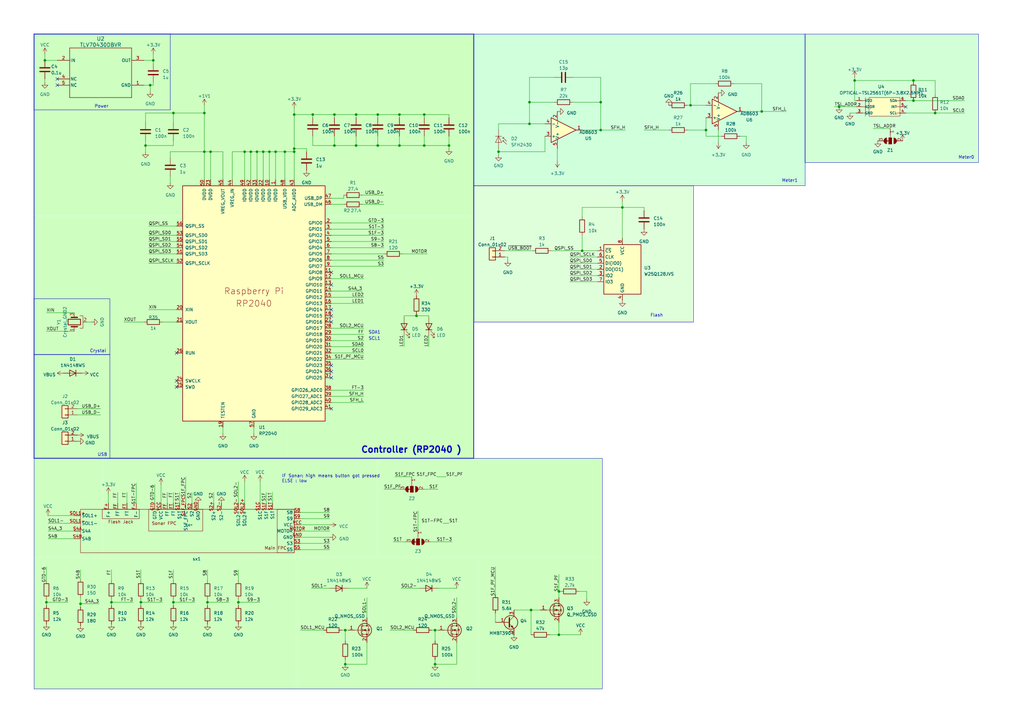
<source format=kicad_sch>
(kicad_sch (version 20230121) (generator eeschema)
  (paper "A3")
  (junction (at 107.95 62.23))
  (junction (at 100.33 62.23))
  (junction (at 383.54 46.355))
  (junction (at 33.02 247.65))
  (junction (at 246.38 41.91))
  (junction (at 170.815 129.54))
  (junction (at 62.865 24.765))
  (junction (at 204.47 62.23))
  (junction (at 154.94 59.69))
  (junction (at 83.82 62.23))
  (junction (at 57.785 247.015))
  (junction (at 178.435 272.415))
  (junction (at 83.82 46.355))
  (junction (at 178.435 258.445))
  (junction (at 19.05 247.015))
  (junction (at 312.42 45.72))
  (junction (at 217.17 50.8))
  (junction (at 217.805 250.19))
  (junction (at 350.52 33.02))
  (junction (at 184.15 59.69))
  (junction (at 173.99 46.99))
  (junction (at 154.94 46.99))
  (junction (at 146.05 59.69))
  (junction (at 120.65 60.96))
  (junction (at 85.09 247.015))
  (junction (at 102.87 62.23))
  (junction (at 146.05 46.99))
  (junction (at 374.65 41.275))
  (junction (at 238.76 102.87))
  (junction (at 141.605 272.415))
  (junction (at 128.27 46.99))
  (junction (at 163.83 46.99))
  (junction (at 71.12 46.355))
  (junction (at 374.65 33.02))
  (junction (at 246.38 53.34))
  (junction (at 137.16 46.99))
  (junction (at 120.65 62.23))
  (junction (at 283.21 43.18))
  (junction (at 289.56 53.34))
  (junction (at 61.595 34.925))
  (junction (at 45.72 247.015))
  (junction (at 229.235 242.57))
  (junction (at 120.65 46.99))
  (junction (at 163.83 59.69))
  (junction (at 137.16 59.69))
  (junction (at 86.36 62.23))
  (junction (at 18.415 24.765))
  (junction (at 173.99 59.69))
  (junction (at 71.12 247.015))
  (junction (at 116.84 62.23))
  (junction (at 217.17 41.91))
  (junction (at 229.235 260.35))
  (junction (at 97.79 247.015))
  (junction (at 105.41 62.23))
  (junction (at 141.605 258.445))
  (junction (at 344.17 43.815))
  (junction (at 59.69 59.69))
  (junction (at 110.49 62.23))
  (junction (at 113.03 62.23))
  (junction (at 255.27 85.09))
  (no_connect (at 23.495 32.385))
  (no_connect (at 135.89 127))
  (no_connect (at 135.89 149.86))
  (no_connect (at 23.495 34.925))
  (no_connect (at 72.39 158.75))
  (no_connect (at 135.89 132.08))
  (no_connect (at 135.89 154.94))
  (no_connect (at 72.39 156.21))
  (no_connect (at 135.89 129.54))
  (no_connect (at 135.89 116.84))
  (no_connect (at 72.39 144.78))
  (no_connect (at 135.89 167.64))
  (no_connect (at 135.89 111.76))
  (no_connect (at 135.89 152.4))
  (no_connect (at 371.475 43.815))
  (wire (pts (xy 19.685 220.98) (xy 30.48 220.98)))
  (wire (pts (xy 229.235 260.35) (xy 225.425 260.35)))
  (wire (pts (xy 97.79 197.485) (xy 97.79 206.375)))
  (wire (pts (xy 175.895 142.24) (xy 175.895 137.795)))
  (wire (pts (xy 383.54 33.02) (xy 374.65 33.02)))
  (wire (pts (xy 113.03 62.23) (xy 116.84 62.23)))
  (wire (pts (xy 116.84 62.23) (xy 116.84 73.66)))
  (wire (pts (xy 204.47 63.5) (xy 204.47 62.23)))
  (wire (pts (xy 149.225 114.3) (xy 135.89 114.3)))
  (wire (pts (xy 348.615 46.355) (xy 351.155 46.355)))
  (wire (pts (xy 395.605 41.275) (xy 374.65 41.275)))
  (wire (pts (xy 141.605 272.415) (xy 141.605 270.51)))
  (wire (pts (xy 104.14 177.8) (xy 104.14 175.26)))
  (wire (pts (xy 171.45 209.55) (xy 171.45 217.17)))
  (wire (pts (xy 59.69 50.165) (xy 59.69 46.355)))
  (wire (pts (xy 19.05 232.41) (xy 19.05 238.125)))
  (wire (pts (xy 106.68 197.485) (xy 106.68 206.375)))
  (wire (pts (xy 374.65 33.655) (xy 374.65 33.02)))
  (wire (pts (xy 163.83 46.99) (xy 163.83 48.26)))
  (wire (pts (xy 148.59 119.38) (xy 135.89 119.38)))
  (wire (pts (xy 146.05 46.99) (xy 154.94 46.99)))
  (wire (pts (xy 57.785 233.68) (xy 57.785 238.125)))
  (wire (pts (xy 150.495 263.525) (xy 150.495 272.415)))
  (wire (pts (xy 204.47 50.8) (xy 217.17 50.8)))
  (wire (pts (xy 59.69 57.785) (xy 59.69 59.69)))
  (wire (pts (xy 229.235 242.57) (xy 229.235 245.11)))
  (wire (pts (xy 83.82 46.355) (xy 83.82 62.23)))
  (wire (pts (xy 264.16 85.09) (xy 255.27 85.09)))
  (wire (pts (xy 85.09 233.68) (xy 85.09 238.125)))
  (wire (pts (xy 234.95 41.91) (xy 246.38 41.91)))
  (wire (pts (xy 62.865 33.655) (xy 62.865 34.925)))
  (wire (pts (xy 255.27 85.09) (xy 255.27 82.55)))
  (wire (pts (xy 229.235 235.585) (xy 229.235 242.57)))
  (wire (pts (xy 120.65 62.23) (xy 120.65 73.66)))
  (wire (pts (xy 120.65 60.96) (xy 125.73 60.96)))
  (wire (pts (xy 41.275 170.18) (xy 31.75 170.18)))
  (wire (pts (xy 106.68 247.015) (xy 97.79 247.015)))
  (wire (pts (xy 86.36 73.66) (xy 86.36 62.23)))
  (wire (pts (xy 60.96 127) (xy 72.39 127)))
  (wire (pts (xy 97.79 247.015) (xy 97.79 248.285)))
  (wire (pts (xy 234.95 31.75) (xy 246.38 31.75)))
  (wire (pts (xy 150.495 272.415) (xy 141.605 272.415)))
  (wire (pts (xy 100.33 197.485) (xy 100.33 206.375)))
  (wire (pts (xy 37.465 132.08) (xy 35.56 132.08)))
  (wire (pts (xy 226.06 102.87) (xy 238.76 102.87)))
  (wire (pts (xy 281.94 43.18) (xy 283.21 43.18)))
  (wire (pts (xy 246.38 53.34) (xy 238.76 53.34)))
  (wire (pts (xy 187.325 272.415) (xy 178.435 272.415)))
  (wire (pts (xy 60.96 92.71) (xy 72.39 92.71)))
  (wire (pts (xy 52.07 201.93) (xy 52.07 206.375)))
  (wire (pts (xy 175.895 129.54) (xy 175.895 130.175)))
  (wire (pts (xy 97.79 233.68) (xy 97.79 238.125)))
  (wire (pts (xy 116.84 62.23) (xy 120.65 62.23)))
  (wire (pts (xy 105.41 62.23) (xy 107.95 62.23)))
  (wire (pts (xy 229.87 242.57) (xy 229.235 242.57)))
  (wire (pts (xy 350.52 41.275) (xy 351.155 41.275)))
  (wire (pts (xy 350.52 33.02) (xy 350.52 41.275)))
  (wire (pts (xy 50.8 132.08) (xy 59.055 132.08)))
  (wire (pts (xy 289.56 55.88) (xy 289.56 53.34)))
  (wire (pts (xy 187.325 241.3) (xy 179.705 241.3)))
  (wire (pts (xy 86.36 62.23) (xy 83.82 62.23)))
  (wire (pts (xy 149.225 144.78) (xy 135.89 144.78)))
  (wire (pts (xy 71.12 233.68) (xy 71.12 238.125)))
  (wire (pts (xy 123.19 258.445) (xy 132.715 258.445)))
  (wire (pts (xy 57.785 245.745) (xy 57.785 247.015)))
  (wire (pts (xy 181.61 214.63) (xy 184.15 214.63)))
  (wire (pts (xy 173.99 46.99) (xy 184.15 46.99)))
  (wire (pts (xy 238.76 85.09) (xy 255.27 85.09)))
  (wire (pts (xy 173.99 59.69) (xy 184.15 59.69)))
  (wire (pts (xy 110.49 62.23) (xy 113.03 62.23)))
  (wire (pts (xy 223.52 62.23) (xy 204.47 62.23)))
  (wire (pts (xy 149.225 139.7) (xy 135.89 139.7)))
  (wire (pts (xy 179.07 195.58) (xy 182.88 195.58)))
  (wire (pts (xy 383.54 38.735) (xy 383.54 33.02)))
  (wire (pts (xy 150.495 241.3) (xy 142.875 241.3)))
  (wire (pts (xy 19.05 245.745) (xy 19.05 247.015)))
  (wire (pts (xy 157.48 200.66) (xy 163.83 200.66)))
  (wire (pts (xy 135.255 220.345) (xy 123.19 220.345)))
  (wire (pts (xy 165.735 142.24) (xy 165.735 137.795)))
  (wire (pts (xy 238.76 96.52) (xy 238.76 102.87)))
  (wire (pts (xy 135.89 142.24) (xy 149.225 142.24)))
  (wire (pts (xy 19.685 217.805) (xy 30.48 217.805)))
  (wire (pts (xy 163.83 59.69) (xy 173.99 59.69)))
  (wire (pts (xy 184.15 55.88) (xy 184.15 59.69)))
  (wire (pts (xy 45.72 245.745) (xy 45.72 247.015)))
  (wire (pts (xy 33.02 233.68) (xy 33.02 237.49)))
  (wire (pts (xy 146.05 59.69) (xy 154.94 59.69)))
  (wire (pts (xy 149.225 121.92) (xy 135.89 121.92)))
  (wire (pts (xy 19.05 128.27) (xy 30.48 128.27)))
  (wire (pts (xy 66.04 198.755) (xy 66.04 206.375)))
  (wire (pts (xy 210.82 250.19) (xy 217.805 250.19)))
  (wire (pts (xy 135.89 165.1) (xy 149.225 165.1)))
  (wire (pts (xy 85.09 247.015) (xy 85.09 248.285)))
  (wire (pts (xy 295.91 55.88) (xy 289.56 55.88)))
  (wire (pts (xy 85.09 245.745) (xy 85.09 247.015)))
  (wire (pts (xy 204.47 62.23) (xy 204.47 60.96)))
  (wire (pts (xy 161.29 222.25) (xy 166.37 222.25)))
  (wire (pts (xy 283.21 43.18) (xy 289.56 43.18)))
  (wire (pts (xy 102.87 62.23) (xy 102.87 73.66)))
  (wire (pts (xy 178.435 262.89) (xy 178.435 258.445)))
  (wire (pts (xy 274.32 53.34) (xy 264.16 53.34)))
  (wire (pts (xy 87.63 201.93) (xy 87.63 206.375)))
  (wire (pts (xy 170.815 129.54) (xy 175.895 129.54)))
  (wire (pts (xy 160.02 258.445) (xy 169.545 258.445)))
  (wire (pts (xy 289.56 53.34) (xy 289.56 48.26)))
  (wire (pts (xy 135.89 93.98) (xy 157.48 93.98)))
  (wire (pts (xy 246.38 53.34) (xy 256.54 53.34)))
  (wire (pts (xy 165.735 129.54) (xy 165.735 130.175)))
  (wire (pts (xy 128.27 46.99) (xy 137.16 46.99)))
  (wire (pts (xy 110.49 62.23) (xy 110.49 73.66)))
  (wire (pts (xy 223.52 55.88) (xy 223.52 62.23)))
  (wire (pts (xy 264.16 86.36) (xy 264.16 85.09)))
  (wire (pts (xy 294.64 58.42) (xy 294.64 53.34)))
  (wire (pts (xy 233.68 113.03) (xy 245.11 113.03)))
  (wire (pts (xy 71.12 46.355) (xy 83.82 46.355)))
  (wire (pts (xy 300.99 34.29) (xy 312.42 34.29)))
  (wire (pts (xy 146.05 46.99) (xy 146.05 48.26)))
  (wire (pts (xy 137.16 46.99) (xy 137.16 48.26)))
  (wire (pts (xy 221.615 250.19) (xy 217.805 250.19)))
  (wire (pts (xy 395.605 46.355) (xy 383.54 46.355)))
  (wire (pts (xy 238.76 88.9) (xy 238.76 85.09)))
  (wire (pts (xy 48.26 201.93) (xy 48.26 206.375)))
  (wire (pts (xy 128.27 59.69) (xy 137.16 59.69)))
  (wire (pts (xy 154.94 59.69) (xy 163.83 59.69)))
  (wire (pts (xy 91.44 73.66) (xy 91.44 62.23)))
  (wire (pts (xy 120.65 44.45) (xy 120.65 46.99)))
  (wire (pts (xy 135.89 81.28) (xy 140.97 81.28)))
  (wire (pts (xy 91.44 177.8) (xy 91.44 175.26)))
  (wire (pts (xy 135.255 212.725) (xy 123.19 212.725)))
  (wire (pts (xy 59.69 59.69) (xy 71.12 59.69)))
  (wire (pts (xy 217.805 260.35) (xy 217.805 250.19)))
  (wire (pts (xy 281.94 53.34) (xy 289.56 53.34)))
  (wire (pts (xy 73.66 201.93) (xy 73.66 206.375)))
  (wire (pts (xy 105.41 62.23) (xy 105.41 73.66)))
  (wire (pts (xy 178.435 258.445) (xy 179.705 258.445)))
  (wire (pts (xy 217.17 41.91) (xy 217.17 50.8)))
  (wire (pts (xy 140.335 258.445) (xy 141.605 258.445)))
  (wire (pts (xy 91.44 62.23) (xy 86.36 62.23)))
  (wire (pts (xy 358.14 52.705) (xy 365.125 52.705)))
  (wire (pts (xy 137.16 59.69) (xy 146.05 59.69)))
  (wire (pts (xy 57.785 247.015) (xy 57.785 248.285)))
  (wire (pts (xy 128.27 55.88) (xy 128.27 59.69)))
  (wire (pts (xy 157.48 80.01) (xy 148.59 80.01)))
  (wire (pts (xy 255.27 85.09) (xy 255.27 97.79)))
  (wire (pts (xy 161.925 195.58) (xy 168.91 195.58)))
  (wire (pts (xy 83.82 43.18) (xy 83.82 46.355)))
  (wire (pts (xy 227.33 31.75) (xy 217.17 31.75)))
  (wire (pts (xy 83.82 62.23) (xy 83.82 73.66)))
  (wire (pts (xy 18.415 33.655) (xy 18.415 32.385)))
  (wire (pts (xy 135.255 217.805) (xy 123.19 217.805)))
  (wire (pts (xy 233.68 110.49) (xy 245.11 110.49)))
  (wire (pts (xy 154.94 46.99) (xy 163.83 46.99)))
  (wire (pts (xy 306.07 58.42) (xy 306.07 55.88)))
  (wire (pts (xy 59.69 46.355) (xy 71.12 46.355)))
  (wire (pts (xy 207.01 105.41) (xy 208.28 105.41)))
  (wire (pts (xy 27.94 247.015) (xy 19.05 247.015)))
  (wire (pts (xy 233.68 105.41) (xy 245.11 105.41)))
  (wire (pts (xy 19.05 247.015) (xy 19.05 248.285)))
  (wire (pts (xy 187.325 245.11) (xy 187.325 253.365)))
  (wire (pts (xy 149.225 124.46) (xy 135.89 124.46)))
  (wire (pts (xy 76.2 195.58) (xy 76.2 206.375)))
  (wire (pts (xy 95.25 73.66) (xy 95.25 62.23)))
  (wire (pts (xy 44.45 202.565) (xy 44.45 206.375)))
  (wire (pts (xy 33.02 245.11) (xy 33.02 247.65)))
  (wire (pts (xy 80.01 247.015) (xy 71.12 247.015)))
  (wire (pts (xy 123.19 210.185) (xy 135.255 210.185)))
  (wire (pts (xy 164.465 241.3) (xy 172.085 241.3)))
  (wire (pts (xy 173.99 55.88) (xy 173.99 59.69)))
  (wire (pts (xy 187.325 263.525) (xy 187.325 272.415)))
  (wire (pts (xy 120.65 46.99) (xy 128.27 46.99)))
  (wire (pts (xy 208.28 105.41) (xy 208.28 106.68)))
  (wire (pts (xy 100.33 73.66) (xy 100.33 62.23)))
  (wire (pts (xy 312.42 34.29) (xy 312.42 45.72)))
  (wire (pts (xy 157.48 104.14) (xy 135.89 104.14)))
  (wire (pts (xy 120.65 46.99) (xy 120.65 60.96)))
  (wire (pts (xy 62.865 24.765) (xy 59.055 24.765)))
  (wire (pts (xy 71.12 201.93) (xy 71.12 206.375)))
  (wire (pts (xy 45.72 247.015) (xy 45.72 248.285)))
  (wire (pts (xy 107.95 62.23) (xy 107.95 73.66)))
  (wire (pts (xy 233.68 115.57) (xy 245.11 115.57)))
  (wire (pts (xy 178.435 272.415) (xy 178.435 270.51)))
  (wire (pts (xy 69.85 62.23) (xy 83.82 62.23)))
  (wire (pts (xy 149.225 147.32) (xy 135.89 147.32)))
  (wire (pts (xy 157.48 109.22) (xy 135.89 109.22)))
  (wire (pts (xy 18.415 24.765) (xy 23.495 24.765)))
  (wire (pts (xy 135.255 225.425) (xy 123.19 225.425)))
  (wire (pts (xy 154.94 46.99) (xy 154.94 48.26)))
  (wire (pts (xy 238.76 102.87) (xy 245.11 102.87)))
  (wire (pts (xy 111.76 201.93) (xy 111.76 206.375)))
  (wire (pts (xy 141.605 258.445) (xy 142.875 258.445)))
  (wire (pts (xy 246.38 31.75) (xy 246.38 41.91)))
  (wire (pts (xy 107.95 62.23) (xy 110.49 62.23)))
  (wire (pts (xy 312.42 45.72) (xy 322.58 45.72)))
  (wire (pts (xy 19.685 211.455) (xy 30.48 211.455)))
  (wire (pts (xy 184.15 48.26) (xy 184.15 46.99)))
  (wire (pts (xy 135.89 99.06) (xy 157.48 99.06)))
  (wire (pts (xy 137.16 46.99) (xy 146.05 46.99)))
  (wire (pts (xy 102.87 62.23) (xy 105.41 62.23)))
  (wire (pts (xy 40.64 247.65) (xy 33.02 247.65)))
  (wire (pts (xy 146.05 55.88) (xy 146.05 59.69)))
  (wire (pts (xy 157.48 91.44) (xy 135.89 91.44)))
  (wire (pts (xy 33.02 247.65) (xy 33.02 248.92)))
  (wire (pts (xy 140.97 81.28) (xy 140.97 80.01)))
  (wire (pts (xy 150.495 245.11) (xy 150.495 253.365)))
  (wire (pts (xy 125.73 60.96) (xy 125.73 62.23)))
  (wire (pts (xy 60.96 107.95) (xy 72.39 107.95)))
  (wire (pts (xy 157.48 83.82) (xy 148.59 83.82)))
  (wire (pts (xy 61.595 34.925) (xy 59.055 34.925)))
  (wire (pts (xy 203.2 251.46) (xy 203.2 255.27)))
  (wire (pts (xy 185.42 222.25) (xy 176.53 222.25)))
  (wire (pts (xy 207.01 102.87) (xy 218.44 102.87)))
  (wire (pts (xy 163.83 46.99) (xy 173.99 46.99)))
  (wire (pts (xy 71.12 247.015) (xy 71.12 248.285)))
  (wire (pts (xy 312.42 45.72) (xy 304.8 45.72)))
  (wire (pts (xy 240.665 245.745) (xy 240.665 242.57)))
  (wire (pts (xy 135.89 106.68) (xy 157.48 106.68)))
  (wire (pts (xy 128.27 46.99) (xy 128.27 48.26)))
  (wire (pts (xy 135.89 160.02) (xy 149.225 160.02)))
  (wire (pts (xy 350.52 33.02) (xy 374.65 33.02)))
  (wire (pts (xy 66.675 132.08) (xy 72.39 132.08)))
  (wire (pts (xy 154.94 55.88) (xy 154.94 59.69)))
  (wire (pts (xy 217.17 50.8) (xy 223.52 50.8)))
  (wire (pts (xy 59.69 59.69) (xy 59.69 62.23)))
  (wire (pts (xy 240.665 242.57) (xy 237.49 242.57)))
  (wire (pts (xy 18.415 22.225) (xy 18.415 24.765)))
  (wire (pts (xy 135.89 162.56) (xy 149.225 162.56)))
  (wire (pts (xy 97.79 245.745) (xy 97.79 247.015)))
  (wire (pts (xy 173.99 46.99) (xy 173.99 48.26)))
  (wire (pts (xy 229.235 260.35) (xy 238.125 260.35)))
  (wire (pts (xy 54.61 247.015) (xy 45.72 247.015)))
  (wire (pts (xy 163.83 55.88) (xy 163.83 59.69)))
  (wire (pts (xy 350.52 31.75) (xy 350.52 33.02)))
  (wire (pts (xy 66.675 247.015) (xy 57.785 247.015)))
  (wire (pts (xy 141.605 262.89) (xy 141.605 258.445)))
  (wire (pts (xy 78.74 201.93) (xy 78.74 206.375)))
  (wire (pts (xy 41.275 167.64) (xy 31.75 167.64)))
  (wire (pts (xy 62.865 34.925) (xy 61.595 34.925)))
  (wire (pts (xy 71.12 46.355) (xy 71.12 50.165)))
  (wire (pts (xy 95.25 62.23) (xy 100.33 62.23)))
  (wire (pts (xy 60.96 96.52) (xy 72.39 96.52)))
  (wire (pts (xy 165.735 129.54) (xy 170.815 129.54)))
  (wire (pts (xy 19.685 214.63) (xy 30.48 214.63)))
  (wire (pts (xy 184.15 59.69) (xy 184.15 60.96)))
  (wire (pts (xy 246.38 41.91) (xy 246.38 53.34)))
  (wire (pts (xy 135.89 83.82) (xy 140.97 83.82)))
  (wire (pts (xy 135.255 215.265) (xy 123.19 215.265)))
  (wire (pts (xy 383.54 46.355) (xy 371.475 46.355)))
  (wire (pts (xy 217.17 31.75) (xy 217.17 41.91)))
  (wire (pts (xy 135.89 134.62) (xy 149.225 134.62)))
  (wire (pts (xy 157.48 101.6) (xy 135.89 101.6)))
  (wire (pts (xy 283.21 34.29) (xy 293.37 34.29)))
  (wire (pts (xy 306.07 55.88) (xy 303.53 55.88)))
  (wire (pts (xy 19.05 135.89) (xy 30.48 135.89)))
  (wire (pts (xy 217.17 41.91) (xy 227.33 41.91)))
  (wire (pts (xy 93.98 247.015) (xy 85.09 247.015)))
  (wire (pts (xy 203.2 232.41) (xy 203.2 243.84)))
  (wire (pts (xy 170.815 129.54) (xy 170.815 128.905)))
  (wire (pts (xy 55.88 198.12) (xy 55.88 206.375)))
  (wire (pts (xy 100.33 62.23) (xy 102.87 62.23)))
  (wire (pts (xy 120.65 60.96) (xy 120.65 62.23)))
  (wire (pts (xy 71.12 245.745) (xy 71.12 247.015)))
  (wire (pts (xy 179.705 200.66) (xy 173.99 200.66)))
  (wire (pts (xy 45.72 233.68) (xy 45.72 238.125)))
  (wire (pts (xy 137.16 55.88) (xy 137.16 59.69)))
  (wire (pts (xy 68.58 201.93) (xy 68.58 206.375)))
  (wire (pts (xy 123.19 222.885) (xy 135.255 222.885)))
  (wire (pts (xy 204.47 53.34) (xy 204.47 50.8)))
  (wire (pts (xy 60.96 99.06) (xy 72.39 99.06)))
  (wire (pts (xy 62.865 22.225) (xy 62.865 24.765)))
  (wire (pts (xy 228.6 66.04) (xy 228.6 60.96)))
  (wire (pts (xy 61.595 37.465) (xy 61.595 34.925)))
  (wire (pts (xy 113.03 62.23) (xy 113.03 73.66)))
  (wire (pts (xy 62.865 26.035) (xy 62.865 24.765)))
  (wire (pts (xy 127.635 241.3) (xy 135.255 241.3)))
  (wire (pts (xy 149.225 137.16) (xy 135.89 137.16)))
  (wire (pts (xy 135.89 96.52) (xy 157.48 96.52)))
  (wire (pts (xy 60.96 104.14) (xy 72.39 104.14)))
  (wire (pts (xy 344.17 43.815) (xy 342.265 43.815)))
  (wire (pts (xy 69.85 74.93) (xy 69.85 72.39)))
  (wire (pts (xy 109.22 201.93) (xy 109.22 206.375)))
  (wire (pts (xy 351.155 43.815) (xy 344.17 43.815)))
  (wire (pts (xy 374.65 41.275) (xy 371.475 41.275)))
  (wire (pts (xy 283.21 34.29) (xy 283.21 43.18)))
  (wire (pts (xy 177.165 258.445) (xy 178.435 258.445)))
  (wire (pts (xy 175.26 104.14) (xy 165.1 104.14)))
  (wire (pts (xy 233.68 107.95) (xy 245.11 107.95)))
  (wire (pts (xy 60.96 101.6) (xy 72.39 101.6)))
  (wire (pts (xy 71.12 57.785) (xy 71.12 59.69)))
  (wire (pts (xy 69.85 64.77) (xy 69.85 62.23)))
  (wire (pts (xy 63.5 198.755) (xy 63.5 206.375)))
  (wire (pts (xy 229.235 255.27) (xy 229.235 260.35)))
  (rectangle (start 330.2 13.97) (end 401.32 66.675) (fill (type color) (color 211 255 215 1)))
  (rectangle (start 13.97 145.415) (end 45.085 187.96))
  (rectangle (start 194.31 76.2) (end 284.48 132.08) (fill (type color) (color 222 255 217 1)))
  (rectangle (start 13.97 13.97) (end 69.85 45.085) (fill (type color) (color 206 255 193 1)))
  (rectangle (start 13.97 187.96) (end 41.91 228.6) (stroke (width -0.0001)) (fill (type color) (color 206 255 193 1)))
  (rectangle (start 13.97 13.97) (end 194.31 187.96) (stroke (width 0.3)))
  (rectangle (start 13.97 88.9) (end 118.11 187.96) (stroke (width -0.0001)) (fill (type color) (color 206 255 193 1)))
  (rectangle (start 194.31 13.97) (end 330.2 76.2) (fill (type color) (color 208 255 219 1)))
  (rectangle (start 118.11 88.9) (end 194.31 187.96) (stroke (width -0.0001)) (fill (type color) (color 206 255 193 1)))
  (rectangle (start 13.97 228.6) (end 121.92 282.575) (stroke (width -0.0001)) (fill (type color) (color 206 255 193 1)))
  (rectangle (start 13.97 187.96) (end 247.015 282.575))
  (rectangle (start 196.215 228.6) (end 247.015 282.575) (stroke (width -0.0001)) (fill (type color) (color 206 255 193 1)))
  (rectangle (start 41.91 187.96) (end 154.94 228.6) (stroke (width -0.0001)) (fill (type color) (color 206 255 193 1)))
  (rectangle (start 13.97 13.97) (end 194.31 88.9) (stroke (width -0.0001)) (fill (type color) (color 206 255 193 1)))
  (rectangle (start 121.92 228.6) (end 196.215 282.575) (stroke (width -0.0001)) (fill (type color) (color 206 255 193 1)))
  (rectangle (start 154.94 187.96) (end 247.015 228.6) (stroke (width -0.0001)) (fill (type color) (color 206 255 193 1)))
  (rectangle (start 13.97 122.555) (end 45.085 145.415))
  (text "Flash\n" (at 266.7 130.175 0) (effects (font (size 1.27 1.27)) (justify left bottom)))
  (text "Meter0" (at 393.065 65.405 0) (effects (font (size 1.27 1.27)) (justify left bottom)))
  (text "Power " (at 38.735 44.45 0) (effects (font (size 1.27 1.27)) (justify left bottom)))
  (text "Crystal\n" (at 36.83 144.78 0) (effects (font (size 1.27 1.27)) (justify left bottom)))
  (text "IF Sonar: high means button got pressed\nELSE : low" (at 115.57 198.12 0) (effects (font (size 1.27 1.27)) (justify left bottom)))
  (text "Controller (RP2040 )\n" (at 147.955 186.055 0) (effects (font (size 2.54 2.54) (thickness 0.508) bold) (justify left bottom)))
  (text "Meter1" (at 320.675 74.93 0) (effects (font (size 1.27 1.27)) (justify left bottom)))
  (text "SCL1\n" (at 151.13 139.7 0) (effects (font (size 1.27 1.27)) (justify left bottom)))
  (text "SDA1" (at 151.13 137.16 0) (effects (font (size 1.27 1.27)) (justify left bottom)))
  (text "USB" (at 40.005 187.325 0) (effects (font (size 1.27 1.27)) (justify left bottom)))
  (label "MOTOR" (at 175.26 104.14 180))
  (label "S8-3" (at 157.48 101.6 180))
  (label "XIN" (at 19.05 128.27 0))
  (label "QSPI_SS" (at 227.33 102.87 0))
  (label "XIN" (at 60.96 127 0))
  (label "QSPI_SD0" (at 60.96 96.52 0))
  (label "GTD-3" (at 157.48 91.44 180))
  (label "FF" (at 149.225 137.16 180))
  (label "S1T-FPC" (at 171.45 209.55 270))
  (label "FF" (at 48.26 201.93 270))
  (label "S1T-3" (at 185.42 222.25 180))
  (label "QSPI_SD3" (at 233.68 115.57 0))
  (label "FT" (at 52.07 201.93 270))
  (label "S1T-FPC" (at 55.88 198.12 270))
  (label "S1F_FPC" (at 76.2 195.58 270))
  (label "~{USB_BOOT}" (at 208.28 102.87 0))
  (label "S1F_FPC" (at 161.925 195.58 0))
  (label "SOL2-" (at 187.325 245.11 270))
  (label "QSPI_SD1" (at 233.68 110.49 0))
  (label "FT-3" (at 149.225 160.02 180))
  (label "S1T-3" (at 66.675 247.015 180))
  (label "S8-3" (at 93.98 247.015 180))
  (label "SCL0" (at 395.605 46.355 180))
  (label "S1F_PF" (at 229.235 235.585 270))
  (label "S3" (at 135.255 222.885 180))
  (label "S1T" (at 73.66 201.93 270))
  (label "S1T" (at 57.785 233.68 270))
  (label "LED2" (at 175.895 142.24 90))
  (label "GTD-6" (at 63.5 198.755 270))
  (label "SDA0" (at 395.605 41.275 180))
  (label "S1F_PF" (at 157.48 200.66 0))
  (label "SFH_H" (at 149.225 162.56 180))
  (label "S2" (at 78.74 201.93 270))
  (label "FF" (at 68.58 201.93 270))
  (label "SDA0" (at 149.225 142.24 180))
  (label "GTD-3" (at 27.94 247.015 180))
  (label "S1F-3" (at 157.48 96.52 180))
  (label "S1F" (at 179.705 200.66 180))
  (label "SOL2-" (at 97.79 197.485 270))
  (label "QSPI_SD2" (at 60.96 101.6 0))
  (label "S8" (at 85.09 233.68 270))
  (label "S1T" (at 184.15 214.63 0))
  (label "S1T" (at 161.29 222.25 0))
  (label "SOL2_MCU" (at 149.225 134.62 180))
  (label "SOL2_MCU" (at 160.02 258.445 0))
  (label "LED1" (at 149.225 124.46 180))
  (label "S4A_3" (at 148.59 119.38 180))
  (label "MOTOR" (at 135.255 217.805 180))
  (label "SCL0" (at 149.225 144.78 180))
  (label "SOL1-" (at 19.685 214.63 0))
  (label "S8" (at 135.255 210.185 180))
  (label "SOL1_MCU" (at 149.225 114.3 180))
  (label "S5" (at 135.255 225.425 180))
  (label "USB_D-" (at 157.48 83.82 180))
  (label "USB_D-" (at 41.275 170.18 180))
  (label "S2" (at 149.225 139.7 180))
  (label "XOUT" (at 50.8 132.08 0))
  (label "S9-3" (at 106.68 247.015 180))
  (label "QSPI_SD1" (at 60.96 99.06 0))
  (label "USB_D+" (at 157.48 80.01 180))
  (label "S4A_3" (at 19.685 217.805 0))
  (label "TSL_ADDR" (at 342.265 43.815 0))
  (label "FT" (at 45.72 233.68 270))
  (label "QSPI_SD0" (at 233.68 107.95 0))
  (label "S1F" (at 109.22 201.93 270))
  (label "S9" (at 135.255 212.725 180))
  (label "S1F_PF" (at 182.88 195.58 0))
  (label "LED2" (at 149.225 121.92 180))
  (label "S4B" (at 33.02 233.68 270))
  (label "S9" (at 97.79 233.68 270))
  (label "S3" (at 157.48 109.22 180))
  (label "S9-3" (at 157.48 99.06 180))
  (label "SOL2-" (at 164.465 241.3 0))
  (label "GTD-6" (at 19.05 232.41 270))
  (label "SOL1-" (at 127.635 241.3 0))
  (label "S1F_FPC" (at 179.07 195.58 180))
  (label "USB_D+" (at 41.275 167.64 180))
  (label "S1F_PF_MCU" (at 149.225 147.32 180))
  (label "S4B" (at 19.685 220.98 0))
  (label "S1F-3" (at 80.01 247.015 180))
  (label "QSPI_SS" (at 60.96 92.71 0))
  (label "S4A_3" (at 40.64 247.65 180))
  (label "QSPI_SD2" (at 233.68 113.03 0))
  (label "QSPI_SD3" (at 60.96 104.14 0))
  (label "SFH_H" (at 256.54 53.34 180))
  (label "SOL1-" (at 150.495 245.11 270))
  (label "SFH_L" (at 149.225 165.1 180))
  (label "S2" (at 87.63 201.93 270))
  (label "QSPI_SCLK" (at 60.96 107.95 0))
  (label "QSPI_SCLK" (at 233.68 105.41 0))
  (label "S1F" (at 71.12 233.68 270))
  (label "FT-3" (at 54.61 247.015 180))
  (label "S1F_PF_MCU" (at 203.2 232.41 270))
  (label "S1T-FPC" (at 181.61 214.63 180))
  (label "SFH_L" (at 322.58 45.72 180))
  (label "S5" (at 157.48 106.68 180))
  (label "FT" (at 71.12 201.93 270))
  (label "SFH_H" (at 264.16 53.34 0))
  (label "S1T-3" (at 157.48 93.98 180))
  (label "SOL1_MCU" (at 123.19 258.445 0))
  (label "XOUT" (at 19.05 135.89 0))
  (label "LED1" (at 165.735 142.24 90))
  (label "S1T" (at 111.76 201.93 270))
  (label "TSL_ADDR" (at 358.14 52.705 0))
  (symbol (lib_id "power:GND") (at 178.435 272.415 0) (unit 1)
    (property "Reference" "#PWR045" (effects hide))
    (property "Value" "GND" (at 178.435 276.86 0))
  )
  (symbol (lib_id "power:GND") (at 61.595 37.465 0) (unit 1)
    (property "Reference" "#PWR05" (effects hide))
    (property "Value" "GND" (at 61.595 42.545 0))
  )
  (symbol (lib_id "Device:R") (at 57.785 241.935 0) (unit 1)
    (property "Reference" "R13" (at 59.69 241.3 0) (effects (justify left)))
    (property "Value" "10k" (at 59.69 243.84 0) (effects (justify left)))
    (property "Footprint" "Resistor_SMD:R_0402_1005Metric_Pad0.72x0.64mm_HandSolder" (effects hide))
  )
  (symbol (lib_id "power:VCC") (at 66.04 198.755 0) (unit 1)
    (property "Reference" "#PWR022" (effects hide))
    (property "Value" "VCC" (at 66.04 194.945 0))
  )
  (symbol (lib_id "power:VBUS") (at 26.035 153.035 90) (unit 1)
    (property "Reference" "#PWR025" (effects hide))
    (property "Value" "VBUS" (at 22.86 153.67 90) (effects (justify left)))
  )
  (symbol (lib_id "Device:C") (at 184.15 52.07 0) (unit 1)
    (property "Reference" "C12" (at 187.96 51.435 0) (effects (justify left)))
    (property "Value" "100n" (at 187.96 53.975 0) (effects (justify left)))
    (property "Footprint" "Capacitor_SMD:C_0402_1005Metric_Pad0.74x0.62mm_HandSolder" (effects hide))
  )
  (symbol (lib_id "power:GND") (at 264.16 93.98 0) (unit 1)
    (property "Reference" "#PWR015" (effects hide))
    (property "Value" "GND" (at 264.16 99.06 0))
  )
  (symbol (lib_id "Device:R") (at 97.79 252.095 0) (unit 1)
    (property "Reference" "R20" (at 100.33 251.46 0) (effects (justify left)))
    (property "Value" "12k" (at 100.33 254 0) (effects (justify left)))
    (property "Footprint" "Resistor_SMD:R_0402_1005Metric_Pad0.72x0.64mm_HandSolder" (effects hide))
  )
  (symbol (lib_id "MCU_RaspberryPi_RP2040:RP2040") (at 104.14 124.46 0) (unit 1)
    (property "Reference" "U1" (at 106.0959 175.26 0) (effects (justify left)))
    (property "Value" "RP2040" (at 106.0959 177.8 0) (effects (justify left)))
    (property "Footprint" "RP2040_minimal:RP2040-QFN-56" (effects hide))
  )
  (symbol (lib_id "Device:R") (at 141.605 266.7 180) (unit 1)
    (property "Reference" "R23" (at 144.145 266.065 0) (effects (justify right)))
    (property "Value" "100k" (at 144.145 268.605 0) (effects (justify right)))
    (property "Footprint" "Resistor_SMD:R_0402_1005Metric_Pad0.72x0.64mm_HandSolder" (effects hide))
  )
  (symbol (lib_id "Amplifier_Operational:AD8603") (at 231.14 53.34 0) (mirror x) (unit 1)
    (property "Reference" "U5" (at 241.3 56.7689 0))
    (property "Value" "AD8603" (at 241.3 54.2289 0))
    (property "Footprint" "Package_TO_SOT_SMD:TSOT-23-5" (effects hide))
    (property "Datasheet" "https://www.analog.com/media/en/technical-documentation/data-sheets/AD8603_8607_8609.pdf" (effects hide))
  )
  (symbol (lib_id "power:GND") (at 90.805 206.375 180) (unit 1)
    (property "Reference" "#PWR035" (effects hide))
    (property "Value" "GND" (at 90.805 202.565 0))
  )
  (symbol (lib_id "Device:R") (at 33.02 252.73 0) (unit 1)
    (property "Reference" "R29" (at 35.56 252.095 0) (effects (justify left)))
    (property "Value" "180" (at 35.56 254.635 0) (effects (justify left)))
    (property "Footprint" "Resistor_SMD:R_0402_1005Metric_Pad0.72x0.64mm_HandSolder" (effects hide))
  )
  (symbol (lib_id "Amplifier_Operational:AD8603") (at 297.18 45.72 0) (mirror x) (unit 1)
    (property "Reference" "U6" (at 307.34 49.1489 0))
    (property "Value" "AD8603" (at 307.34 46.6089 0))
    (property "Footprint" "Package_TO_SOT_SMD:TSOT-23-5" (effects hide))
    (property "Datasheet" "https://www.analog.com/media/en/technical-documentation/data-sheets/AD8603_8607_8609.pdf" (effects hide))
  )
  (symbol (lib_id "Connector_Generic:Conn_01x02") (at 201.93 105.41 180) (unit 1)
    (property "Reference" "J1" (at 201.93 97.79 0))
    (property "Value" "Conn_01x02" (at 201.93 100.33 0))
    (property "Footprint" "Connector_PinHeader_2.54mm:PinHeader_1x02_P2.54mm_Vertical" (effects hide))
  )
  (symbol (lib_id "Device:R") (at 71.12 252.095 0) (unit 1)
    (property "Reference" "R16" (at 73.66 251.46 0) (effects (justify left)))
    (property "Value" "12k" (at 73.66 254 0) (effects (justify left)))
    (property "Footprint" "Resistor_SMD:R_0402_1005Metric_Pad0.72x0.64mm_HandSolder" (effects hide))
  )
  (symbol (lib_id "Device:R") (at 144.78 83.82 90) (unit 1)
    (property "Reference" "R2" (at 142.24 86.36 90))
    (property "Value" "27.4" (at 146.05 86.36 90))
    (property "Footprint" "Resistor_SMD:R_0402_1005Metric_Pad0.72x0.64mm_HandSolder" (effects hide))
  )
  (symbol (lib_id "Device:C") (at 163.83 52.07 0) (unit 1)
    (property "Reference" "C10" (at 167.64 51.435 0) (effects (justify left)))
    (property "Value" "100n" (at 167.64 53.975 0) (effects (justify left)))
    (property "Footprint" "Capacitor_SMD:C_0402_1005Metric_Pad0.74x0.62mm_HandSolder" (effects hide))
  )
  (symbol (lib_id "power:VCC") (at 135.255 215.265 270) (unit 1)
    (property "Reference" "#PWR023" (effects hide))
    (property "Value" "VCC" (at 139.065 215.9 90) (effects (justify left)))
  )
  (symbol (lib_id "power:VBUS") (at 31.75 178.435 270) (unit 1)
    (property "Reference" "#PWR019" (effects hide))
    (property "Value" "VBUS" (at 35.56 179.07 90) (effects (justify left)))
  )
  (symbol (lib_id "power:+3.3V") (at 228.6 66.04 180) (unit 1)
    (property "Reference" "#PWR047" (effects hide))
    (property "Value" "+3.3V" (at 228.6 71.12 0))
  )
  (symbol (lib_id "Device:R") (at 19.05 252.095 0) (unit 1)
    (property "Reference" "R5" (at 21.59 251.46 0) (effects (justify left)))
    (property "Value" "12k" (at 21.59 254 0) (effects (justify left)))
    (property "Footprint" "Resistor_SMD:R_0402_1005Metric_Pad0.72x0.64mm_HandSolder" (effects hide))
  )
  (symbol (lib_id "Device:Q_NMOS_GSD") (at 184.785 258.445 0) (unit 1)
    (property "Reference" "Q2" (at 191.135 257.81 0) (effects (justify left)))
    (property "Value" "Q_NMOS_GSD" (at 173.99 252.73 0) (effects (justify left)))
    (property "Footprint" "Package_TO_SOT_SMD:SOT-23" (effects hide))
  )
  (symbol (lib_id "Connector_Generic:Conn_01x02") (at 26.67 180.975 180) (unit 1)
    (property "Reference" "J3" (at 26.67 173.355 0))
    (property "Value" "Conn_01x02" (at 26.67 175.895 0))
    (property "Footprint" "Connector_PinHeader_2.54mm:PinHeader_1x02_P2.54mm_Vertical" (effects hide))
  )
  (symbol (lib_id "Device:C") (at 18.415 28.575 0) (unit 1)
    (property "Reference" "C4" (at 20.955 27.305 0) (effects (justify left)))
    (property "Value" "0.1u" (at 20.955 29.845 0) (effects (justify left)))
    (property "Footprint" "Capacitor_SMD:C_0402_1005Metric_Pad0.74x0.62mm_HandSolder" (effects hide))
  )
  (symbol (lib_id "power:GND") (at 208.28 106.68 0) (unit 1)
    (property "Reference" "#PWR013" (effects hide))
    (property "Value" "GND" (at 208.28 111.76 0))
  )
  (symbol (lib_id "Device:R") (at 278.13 43.18 90) (unit 1)
    (property "Reference" "R26" (at 278.13 38.1 90))
    (property "Value" "1k" (at 278.13 40.64 90))
    (property "Footprint" "Resistor_SMD:R_0402_1005Metric_Pad0.72x0.64mm_HandSolder" (effects hide))
  )
  (symbol (lib_id "Device:C") (at 264.16 90.17 0) (unit 1)
    (property "Reference" "C14" (at 267.97 89.535 0) (effects (justify left)))
    (property "Value" "100n" (at 267.97 92.075 0) (effects (justify left)))
    (property "Footprint" "Capacitor_SMD:C_0402_1005Metric_Pad0.74x0.62mm_HandSolder" (effects hide))
  )
  (symbol (lib_id "Diode:1N4148WS") (at 29.845 153.035 180) (unit 1)
    (property "Reference" "D1" (at 29.845 147.32 0))
    (property "Value" "1N4148WS" (at 29.845 149.86 0))
    (property "Footprint" "Diode_SMD:D_SOD-323" (effects hide))
    (property "Datasheet" "https://www.vishay.com/docs/85751/1n4148ws.pdf" (effects hide))
    (property "Sim.Device" "D" (effects hide))
    (property "Sim.Pins" "1=K 2=A" (effects hide))
  )
  (symbol (lib_id "Sensor_Optical:SFH2430") (at 204.47 58.42 270) (unit 1)
    (property "Reference" "D2" (at 209.55 56.8579 90) (effects (justify left)))
    (property "Value" "SFH2430" (at 209.55 59.3979 90) (effects (justify left)))
    (property "Footprint" "OptoDevice:Osram_SFH2430" (effects hide))
    (property "Datasheet" "https://dammedia.osram.info/media/resource/hires/osram-dam-5467144/SFH%202430_EN.pdf" (effects hide))
  )
  (symbol (lib_id "Device:C") (at 154.94 52.07 0) (unit 1)
    (property "Reference" "C9" (at 158.75 51.435 0) (effects (justify left)))
    (property "Value" "100n" (at 158.75 53.975 0) (effects (justify left)))
    (property "Footprint" "Capacitor_SMD:C_0402_1005Metric_Pad0.74x0.62mm_HandSolder" (effects hide))
  )
  (symbol (lib_id "power:GND") (at 135.255 220.345 90) (unit 1)
    (property "Reference" "#PWR018" (effects hide))
    (property "Value" "GND" (at 139.065 220.98 90) (effects (justify right)))
  )
  (symbol (lib_id "power:VCC") (at 238.125 260.35 0) (mirror y) (unit 1)
    (property "Reference" "#PWR055" (effects hide))
    (property "Value" "VCC" (at 238.125 256.54 0))
  )
  (symbol (lib_id "power:+3.3V") (at 370.205 57.785 0) (unit 1)
    (property "Reference" "#PWR032" (effects hide))
    (property "Value" "+3.3V" (at 370.205 54.61 0))
  )
  (symbol (lib_id "power:+3.3V") (at 62.865 22.225 0) (unit 1)
    (property "Reference" "#PWR08" (effects hide))
    (property "Value" "+3.3V" (at 62.865 18.415 0))
  )
  (symbol (lib_id "power:GND") (at 18.415 33.655 0) (unit 1)
    (property "Reference" "#PWR07" (effects hide))
    (property "Value" "GND" (at 18.415 38.735 0))
  )
  (symbol (lib_id "power:VCC") (at 150.495 241.3 0) (unit 1)
    (property "Reference" "#PWR042" (effects hide))
    (property "Value" "VCC" (at 150.495 237.49 0))
  )
  (symbol (lib_id "power:GND") (at 19.05 255.905 0) (unit 1)
    (property "Reference" "#PWR024" (effects hide))
    (property "Value" "GND" (at 19.05 260.35 0))
  )
  (symbol (lib_id "power:GND") (at 45.72 255.905 0) (unit 1)
    (property "Reference" "#PWR028" (effects hide))
    (property "Value" "GND" (at 45.72 260.35 0))
  )
  (symbol (lib_id "power:+3.3V") (at 350.52 31.75 0) (unit 1)
    (property "Reference" "#PWR030" (effects hide))
    (property "Value" "+3.3V" (at 350.52 28.575 0))
  )
  (symbol (lib_id "power:GND") (at 104.14 177.8 0) (unit 1)
    (property "Reference" "#PWR011" (effects hide))
    (property "Value" "GND" (at 104.14 182.88 0))
  )
  (symbol (lib_id "power:GND") (at 360.045 57.785 0) (unit 1)
    (property "Reference" "#PWR031" (effects hide))
    (property "Value" "GND" (at 360.045 62.23 0))
  )
  (symbol (lib_id "power:GND") (at 85.09 255.905 0) (unit 1)
    (property "Reference" "#PWR039" (effects hide))
    (property "Value" "GND" (at 85.09 260.35 0))
  )
  (symbol (lib_id "Device:Q_NMOS_GSD") (at 147.955 258.445 0) (unit 1)
    (property "Reference" "Q1" (at 154.305 257.81 0) (effects (justify left)))
    (property "Value" "Q_NMOS_GSD" (at 137.16 252.73 0) (effects (justify left)))
    (property "Footprint" "Package_TO_SOT_SMD:SOT-23" (effects hide))
  )
  (symbol (lib_id "Device:C") (at 137.16 52.07 0) (unit 1)
    (property "Reference" "C7" (at 140.97 51.435 0) (effects (justify left)))
    (property "Value" "100n" (at 140.97 53.975 0) (effects (justify left)))
    (property "Footprint" "Capacitor_SMD:C_0402_1005Metric_Pad0.74x0.62mm_HandSolder" (effects hide))
  )
  (symbol (lib_id "power:GND") (at 71.12 255.905 0) (unit 1)
    (property "Reference" "#PWR037" (effects hide))
    (property "Value" "GND" (at 71.12 260.35 0))
  )
  (symbol (lib_id "Device:R") (at 203.2 247.65 180) (unit 1)
    (property "Reference" "R31" (at 205.74 247.015 0) (effects (justify right)))
    (property "Value" "5.6k" (at 205.74 249.555 0) (effects (justify right)))
    (property "Footprint" "Resistor_SMD:R_0402_1005Metric_Pad0.72x0.64mm_HandSolder" (effects hide))
  )
  (symbol (lib_id "Memory_Flash:W25Q128JVS") (at 255.27 110.49 0) (unit 1)
    (property "Reference" "U3" (at 264.16 109.855 0) (effects (justify left)))
    (property "Value" "W25Q128JVS" (at 264.16 112.395 0) (effects (justify left)))
    (property "Footprint" "Package_SO:SOIC-8_5.23x5.23mm_P1.27mm" (effects hide))
    (property "Datasheet" "http://www.winbond.com/resource-files/w25q128jv_dtr%20revc%2003272018%20plus.pdf" (effects hide))
  )
  (symbol (lib_id "power:GND") (at 204.47 63.5 0) (unit 1)
    (property "Reference" "#PWR027" (effects hide))
    (property "Value" "GND" (at 204.47 67.945 0))
  )
  (symbol (lib_id "power:GND") (at 306.07 58.42 0) (unit 1)
    (property "Reference" "#PWR052" (effects hide))
    (property "Value" "GND" (at 306.07 63.5 0))
  )
  (symbol (lib_id "Device:R") (at 85.09 252.095 0) (unit 1)
    (property "Reference" "R18" (at 87.63 251.46 0) (effects (justify left)))
    (property "Value" "12k" (at 87.63 254 0) (effects (justify left)))
    (property "Footprint" "Resistor_SMD:R_0402_1005Metric_Pad0.72x0.64mm_HandSolder" (effects hide))
  )
  (symbol (lib_id "Device:R") (at 231.14 41.91 90) (unit 1)
    (property "Reference" "R7" (at 231.14 36.83 90))
    (property "Value" "22k" (at 231.14 39.37 90))
    (property "Footprint" "Resistor_SMD:R_0805_2012Metric_Pad1.20x1.40mm_HandSolder" (effects hide))
  )
  (symbol (lib_id "Device:R") (at 62.865 132.08 90) (unit 1)
    (property "Reference" "R35" (at 62.865 130.175 90))
    (property "Value" "1k" (at 62.865 134.62 90))
    (property "Footprint" "Resistor_SMD:R_0402_1005Metric_Pad0.72x0.64mm_HandSolder" (effects hide))
  )
  (symbol (lib_id "power:GND") (at 59.69 62.23 0) (unit 1)
    (property "Reference" "#PWR02" (effects hide))
    (property "Value" "GND" (at 59.69 67.31 0))
  )
  (symbol (lib_id "Device:C") (at 231.14 31.75 90) (unit 1)
    (property "Reference" "C15" (at 231.14 25.4 90))
    (property "Value" "13p" (at 231.14 27.94 90))
    (property "Footprint" "Capacitor_SMD:C_0402_1005Metric_Pad0.74x0.62mm_HandSolder" (effects hide))
  )
  (symbol (lib_id "power:+3.3V") (at 294.64 58.42 180) (unit 1)
    (property "Reference" "#PWR051" (effects hide))
    (property "Value" "+3.3V" (at 294.64 63.5 0))
  )
  (symbol (lib_id "power:VCC") (at 106.68 197.485 0) (unit 1)
    (property "Reference" "#PWR036" (effects hide))
    (property "Value" "VCC" (at 106.68 193.675 0))
  )
  (symbol (lib_id "Device:C") (at 128.27 52.07 0) (unit 1)
    (property "Reference" "C6" (at 132.08 51.435 0) (effects (justify left)))
    (property "Value" "100n" (at 132.08 53.975 0) (effects (justify left)))
    (property "Footprint" "Capacitor_SMD:C_0402_1005Metric_Pad0.74x0.62mm_HandSolder" (effects hide))
  )
  (symbol (lib_id "Device:C") (at 71.12 53.975 0) (unit 1)
    (property "Reference" "C2" (at 74.93 53.34 0) (effects (justify left)))
    (property "Value" "100n" (at 74.93 55.88 0) (effects (justify left)))
    (property "Footprint" "Capacitor_SMD:C_0402_1005Metric_Pad0.74x0.62mm_HandSolder" (effects hide))
  )
  (symbol (lib_id "power:GND") (at 57.785 255.905 0) (unit 1)
    (property "Reference" "#PWR034" (effects hide))
    (property "Value" "GND" (at 57.785 260.35 0))
  )
  (symbol (lib_id "power:GND") (at 228.6 45.72 90) (unit 1)
    (property "Reference" "#PWR048" (effects hide))
    (property "Value" "GND" (at 232.41 46.355 90) (effects (justify right)))
  )
  (symbol (lib_id "Connector_Generic:Conn_01x02") (at 26.67 170.18 180) (unit 1)
    (property "Reference" "J2" (at 26.67 162.56 0))
    (property "Value" "Conn_01x02" (at 26.67 165.1 0))
    (property "Footprint" "Connector_PinHeader_2.54mm:PinHeader_1x02_P2.54mm_Vertical" (effects hide))
  )
  (symbol (lib_id "Device:R") (at 97.79 241.935 0) (unit 1)
    (property "Reference" "R19" (at 100.33 241.3 0) (effects (justify left)))
    (property "Value" "10k" (at 100.33 243.84 0) (effects (justify left)))
    (property "Footprint" "Resistor_SMD:R_0402_1005Metric_Pad0.72x0.64mm_HandSolder" (effects hide))
  )
  (symbol (lib_id "power:GND") (at 255.27 123.19 0) (unit 1)
    (property "Reference" "#PWR016" (effects hide))
    (property "Value" "GND" (at 255.27 128.27 0))
  )
  (symbol (lib_id "Device:R") (at 278.13 53.34 90) (unit 1)
    (property "Reference" "R27" (at 278.13 48.26 90))
    (property "Value" "1k" (at 278.13 50.8 90))
    (property "Footprint" "Resistor_SMD:R_0402_1005Metric_Pad0.72x0.64mm_HandSolder" (effects hide))
  )
  (symbol (lib_id "Transistor_BJT:MMBT3904") (at 208.28 255.27 0) (unit 1)
    (property "Reference" "Q4" (at 213.36 254.635 0) (effects (justify left)))
    (property "Value" "MMBT3904" (at 200.66 259.715 0) (effects (justify left)))
    (property "Footprint" "Package_TO_SOT_SMD:SOT-23" (effects hide))
    (property "Datasheet" "https://www.onsemi.com/pub/Collateral/2N3903-D.PDF" (effects hide))
  )
  (symbol (lib_id "Device:R") (at 71.12 241.935 0) (unit 1)
    (property "Reference" "R15" (at 73.66 241.3 0) (effects (justify left)))
    (property "Value" "10k" (at 73.66 243.84 0) (effects (justify left)))
    (property "Footprint" "Resistor_SMD:R_0402_1005Metric_Pad0.72x0.64mm_HandSolder" (effects hide))
  )
  (symbol (lib_id "power:GND") (at 81.28 206.375 180) (unit 1)
    (property "Reference" "#PWR017" (effects hide))
    (property "Value" "GND" (at 81.28 202.565 0))
  )
  (symbol (lib_id "power:GND") (at 184.15 60.96 0) (unit 1)
    (property "Reference" "#PWR09" (effects hide))
    (property "Value" "GND" (at 184.15 66.04 0))
  )
  (symbol (lib_id "Device:R") (at 178.435 266.7 180) (unit 1)
    (property "Reference" "R25" (at 180.975 266.065 0) (effects (justify right)))
    (property "Value" "100k" (at 180.975 268.605 0) (effects (justify right)))
    (property "Footprint" "Resistor_SMD:R_0402_1005Metric_Pad0.72x0.64mm_HandSolder" (effects hide))
  )
  (symbol (lib_id "Device:R") (at 238.76 92.71 0) (unit 1)
    (property "Reference" "R4" (at 241.3 92.075 0) (effects (justify left)))
    (property "Value" "10k" (at 241.3 94.615 0) (effects (justify left)))
    (property "Footprint" "Resistor_SMD:R_0402_1005Metric_Pad0.72x0.64mm_HandSolder" (effects hide))
  )
  (symbol (lib_id "OPSX:selector_default") (at 167.64 200.66 270) (unit 1)
    (property "Reference" "Z2" (at 168.9072 204.47 90))
    (property "Value" "~" (at 167.64 200.66 0))
    (property "Footprint" "OPSX:Selector_default" (effects hide))
  )
  (symbol (lib_id "Device:R") (at 173.355 258.445 90) (unit 1)
    (property "Reference" "R24" (at 173.355 254 90))
    (property "Value" "120" (at 173.355 256.54 90))
    (property "Footprint" "Resistor_SMD:R_0402_1005Metric_Pad0.72x0.64mm_HandSolder" (effects hide))
  )
  (symbol (lib_id "power:+3.3V") (at 170.815 121.285 0) (unit 1)
    (property "Reference" "#PWR057" (effects hide))
    (property "Value" "+3.3V" (at 170.815 117.475 0))
  )
  (symbol (lib_id "Device:R") (at 383.54 42.545 0) (unit 1)
    (property "Reference" "R12" (at 385.445 41.91 0) (effects (justify left)))
    (property "Value" "10k" (at 385.445 44.45 0) (effects (justify left)))
    (property "Footprint" "Resistor_SMD:R_0402_1005Metric_Pad0.72x0.64mm_HandSolder" (effects hide))
  )
  (symbol (lib_id "OPSX:selector_default") (at 170.18 222.25 270) (unit 1)
    (property "Reference" "Z3" (at 171.4472 226.06 90))
    (property "Value" "~" (at 170.18 222.25 0))
    (property "Footprint" "OPSX:Selector_default" (effects hide))
  )
  (symbol (lib_id "OPSX:sx70") (at 77.47 215.265 0) (unit 1)
    (property "Reference" "sx1" (at 80.645 229.235 0))
    (property "Value" "sx~" (at 77.47 215.265 0))
    (property "Footprint" "OPSX:sx70" (effects hide))
  )
  (symbol (lib_id "Device:R") (at 222.25 102.87 90) (unit 1)
    (property "Reference" "R3" (at 222.25 97.79 90))
    (property "Value" "1k" (at 222.25 100.33 90))
    (property "Footprint" "Resistor_SMD:R_0402_1005Metric_Pad0.72x0.64mm_HandSolder" (effects hide))
  )
  (symbol (lib_id "power:GND") (at 240.665 245.745 0) (unit 1)
    (property "Reference" "#PWR056" (effects hide))
    (property "Value" "GND" (at 240.665 250.825 0))
  )
  (symbol (lib_id "Device:C") (at 146.05 52.07 0) (unit 1)
    (property "Reference" "C8" (at 149.86 51.435 0) (effects (justify left)))
    (property "Value" "100n" (at 149.86 53.975 0) (effects (justify left)))
    (property "Footprint" "Capacitor_SMD:C_0402_1005Metric_Pad0.74x0.62mm_HandSolder" (effects hide))
  )
  (symbol (lib_id "power:VCC") (at 187.325 241.3 0) (unit 1)
    (property "Reference" "#PWR044" (effects hide))
    (property "Value" "VCC" (at 187.325 237.49 0))
  )
  (symbol (lib_id "power:VCC") (at 19.685 211.455 0) (unit 1)
    (property "Reference" "#PWR046" (effects hide))
    (property "Value" "VCC" (at 19.685 207.645 0))
  )
  (symbol (lib_id "power:GND") (at 141.605 272.415 0) (unit 1)
    (property "Reference" "#PWR043" (effects hide))
    (property "Value" "GND" (at 141.605 276.86 0))
  )
  (symbol (lib_id "Device:C") (at 59.69 53.975 0) (unit 1)
    (property "Reference" "C1" (at 63.5 53.34 0) (effects (justify left)))
    (property "Value" "100n" (at 63.5 55.88 0) (effects (justify left)))
    (property "Footprint" "Capacitor_SMD:C_0402_1005Metric_Pad0.74x0.62mm_HandSolder" (effects hide))
  )
  (symbol (lib_id "power:VCC") (at 18.415 22.225 0) (unit 1)
    (property "Reference" "#PWR06" (effects hide))
    (property "Value" "VCC" (at 18.415 18.415 0))
  )
  (symbol (lib_id "Device:C") (at 125.73 66.04 0) (unit 1)
    (property "Reference" "C13" (at 129.54 65.405 0) (effects (justify left)))
    (property "Value" "1u" (at 129.54 67.945 0) (effects (justify left)))
    (property "Footprint" "Capacitor_SMD:C_0402_1005Metric_Pad0.74x0.62mm_HandSolder" (effects hide))
  )
  (symbol (lib_id "TLV70430:TLV70430DBVR") (at 41.275 29.845 0) (unit 1)
    (property "Reference" "U2" (at 41.275 15.875 0) (effects (font (size 1.524 1.524))))
    (property "Value" "TLV70430DBVR" (at 41.275 18.415 0) (effects (font (size 1.524 1.524))))
    (property "Footprint" "DBV0005A_N" (effects hide))
    (property "Datasheet" "TLV70430DBVR" (effects hide))
  )
  (symbol (lib_id "power:GND") (at 210.82 260.35 0) (unit 1)
    (property "Reference" "#PWR054" (effects hide))
    (property "Value" "GND" (at 210.82 265.43 0))
  )
  (symbol (lib_id "power:GND") (at 33.02 256.54 0) (unit 1)
    (property "Reference" "#PWR053" (effects hide))
    (property "Value" "GND" (at 33.02 260.985 0))
  )
  (symbol (lib_id "Device:R") (at 45.72 241.935 0) (unit 1)
    (property "Reference" "R9" (at 48.26 241.3 0) (effects (justify left)))
    (property "Value" "10k" (at 48.26 243.84 0) (effects (justify left)))
    (property "Footprint" "Resistor_SMD:R_0402_1005Metric_Pad0.72x0.64mm_HandSolder" (effects hide))
  )
  (symbol (lib_id "power:GND") (at 37.465 132.08 90) (unit 1)
    (property "Reference" "#PWR021" (effects hide))
    (property "Value" "GND" (at 41.91 132.08 0))
  )
  (symbol (lib_id "Device:C") (at 62.865 29.845 0) (unit 1)
    (property "Reference" "C5" (at 66.675 29.21 0) (effects (justify left)))
    (property "Value" "1u" (at 66.675 31.75 0) (effects (justify left)))
    (property "Footprint" "Capacitor_SMD:C_0402_1005Metric_Pad0.74x0.62mm_HandSolder" (effects hide))
  )
  (symbol (lib_id "power:GND") (at 274.32 43.18 180) (unit 1)
    (property "Reference" "#PWR049" (effects hide))
    (property "Value" "GND" (at 274.32 39.37 0))
  )
  (symbol (lib_id "Device:C") (at 69.85 68.58 0) (unit 1)
    (property "Reference" "C3" (at 73.66 67.945 0) (effects (justify left)))
    (property "Value" "1u" (at 73.66 70.485 0) (effects (justify left)))
    (property "Footprint" "Capacitor_SMD:C_0402_1005Metric_Pad0.74x0.62mm_HandSolder" (effects hide))
  )
  (symbol (lib_id "Device:Crystal_GND2") (at 30.48 132.08 90) (unit 1)
    (property "Reference" "Y1" (at 24.13 132.08 0))
    (property "Value" "Crystal_GND2" (at 26.67 132.08 0))
    (property "Footprint" "Crystal:Resonator_SMD_Murata_CSTxExxV-3Pin_3.0x1.1mm" (effects hide))
  )
  (symbol (lib_id "Device:R") (at 299.72 55.88 90) (unit 1)
    (property "Reference" "R28" (at 299.72 50.8 90))
    (property "Value" "100k" (at 299.72 53.34 90))
    (property "Footprint" "Resistor_SMD:R_0402_1005Metric_Pad0.72x0.64mm_HandSolder" (effects hide))
  )
  (symbol (lib_id "power:VCC") (at 100.33 197.485 0) (unit 1)
    (property "Reference" "#PWR041" (effects hide))
    (property "Value" "VCC" (at 100.33 193.675 0))
  )
  (symbol (lib_id "Device:R") (at 233.68 242.57 270) (unit 1)
    (property "Reference" "R33" (at 233.68 237.49 90))
    (property "Value" "2.7k" (at 233.68 240.03 90))
    (property "Footprint" "Resistor_SMD:R_0402_1005Metric_Pad0.72x0.64mm_HandSolder" (effects hide))
  )
  (symbol (lib_id "power:GND") (at 97.79 255.905 0) (unit 1)
    (property "Reference" "#PWR040" (effects hide))
    (property "Value" "GND" (at 97.79 260.35 0))
  )
  (symbol (lib_id "Device:LED") (at 175.895 133.985 90) (unit 1)
    (property "Reference" "D6" (at 179.07 134.9375 90) (effects (justify right)))
    (property "Value" "LED" (at 179.07 137.4775 90) (effects (justify right)))
    (property "Footprint" "Diode_SMD:D_0603_1608Metric_Pad1.05x0.95mm_HandSolder" (effects hide))
  )
  (symbol (lib_id "Device:R") (at 161.29 104.14 90) (unit 1)
    (property "Reference" "R21" (at 161.29 99.06 90))
    (property "Value" "120" (at 161.29 101.6 90))
    (property "Footprint" "Resistor_SMD:R_0402_1005Metric_Pad0.72x0.64mm_HandSolder" (effects hide))
  )
  (symbol (lib_id "OPTICAL-TSL2561T_6P-3.8X2.6MM_:OPTICAL-TSL2561T(6P-3.8X2.6MM)") (at 361.315 43.815 0) (unit 1)
    (property "Reference" "U4" (at 361.4127 35.56 0))
    (property "Value" "OPTICAL-TSL2561T(6P-3.8X2.6MM)" (at 361.4127 38.1 0))
    (property "Footprint" "TMB6-1.55-3.8X2.6MM" (effects hide))
    (property "MPN" "TSL2561T" (effects hide))
  )
  (symbol (lib_id "Device:R") (at 170.815 125.095 180) (unit 1)
    (property "Reference" "R34" (at 172.72 124.46 0) (effects (justify right)))
    (property "Value" "330" (at 172.72 127 0) (effects (justify right)))
    (property "Footprint" "Resistor_SMD:R_0402_1005Metric_Pad0.72x0.64mm_HandSolder" (effects hide))
  )
  (symbol (lib_id "power:GND") (at 344.17 43.815 0) (unit 1)
    (property "Reference" "#PWR033" (effects hide))
    (property "Value" "GND" (at 344.17 48.26 0))
  )
  (symbol (lib_id "Device:R") (at 19.05 241.935 0) (unit 1)
    (property "Reference" "R6" (at 21.59 241.3 0) (effects (justify left)))
    (property "Value" "10k" (at 21.59 243.84 0) (effects (justify left)))
    (property "Footprint" "Resistor_SMD:R_0402_1005Metric_Pad0.72x0.64mm_HandSolder" (effects hide))
  )
  (symbol (lib_id "power:+1V1") (at 83.82 43.18 0) (unit 1)
    (property "Reference" "#PWR01" (effects hide))
    (property "Value" "+1V1" (at 83.82 39.37 0))
  )
  (symbol (lib_id "Device:R") (at 221.615 260.35 270) (unit 1)
    (property "Reference" "R32" (at 221.615 255.27 90))
    (property "Value" "47k" (at 221.615 257.81 90))
    (property "Footprint" "Resistor_SMD:R_0402_1005Metric_Pad0.72x0.64mm_HandSolder" (effects hide))
  )
  (symbol (lib_id "power:+3.3V") (at 255.27 82.55 0) (unit 1)
    (property "Reference" "#PWR014" (effects hide))
    (property "Value" "+3.3V" (at 255.27 78.74 0))
  )
  (symbol (lib_id "Device:R") (at 85.09 241.935 0) (unit 1)
    (property "Reference" "R17" (at 87.63 241.3 0) (effects (justify left)))
    (property "Value" "10k" (at 87.63 243.84 0) (effects (justify left)))
    (property "Footprint" "Resistor_SMD:R_0402_1005Metric_Pad0.72x0.64mm_HandSolder" (effects hide))
  )
  (symbol (lib_id "OPSX:selector_default") (at 363.855 57.785 270) (unit 1)
    (property "Reference" "Z1" (at 365.1222 61.595 90))
    (property "Value" "~" (at 363.855 57.785 0))
    (property "Footprint" "OPSX:Selector_default" (effects hide))
  )
  (symbol (lib_id "power:GND") (at 348.615 46.355 0) (unit 1)
    (property "Reference" "#PWR029" (effects hide))
    (property "Value" "GND" (at 348.615 50.8 0))
  )
  (symbol (lib_id "Device:R") (at 144.78 80.01 90) (unit 1)
    (property "Reference" "R1" (at 144.78 74.93 90))
    (property "Value" "27.4" (at 144.78 77.47 90))
    (property "Footprint" "Resistor_SMD:R_0402_1005Metric_Pad0.72x0.64mm_HandSolder" (effects hide))
  )
  (symbol (lib_id "power:GND") (at 31.75 180.975 90) (unit 1)
    (property "Reference" "#PWR020" (effects hide))
    (property "Value" "GND" (at 34.925 181.61 90) (effects (justify right)))
  )
  (symbol (lib_id "power:GND") (at 69.85 74.93 0) (unit 1)
    (property "Reference" "#PWR03" (effects hide))
    (property "Value" "GND" (at 69.85 80.01 0))
  )
  (symbol (lib_id "Device:R") (at 33.02 241.3 0) (unit 1)
    (property "Reference" "R30" (at 35.56 240.665 0) (effects (justify left)))
    (property "Value" "150" (at 35.56 243.205 0) (effects (justify left)))
    (property "Footprint" "Resistor_SMD:R_0402_1005Metric_Pad0.72x0.64mm_HandSolder" (effects hide))
  )
  (symbol (lib_id "power:GND") (at 294.64 38.1 90) (unit 1)
    (property "Reference" "#PWR050" (effects hide))
    (property "Value" "GND" (at 298.45 38.735 90) (effects (justify right)))
  )
  (symbol (lib_id "Device:R") (at 57.785 252.095 0) (unit 1)
    (property "Reference" "R14" (at 59.69 251.46 0) (effects (justify left)))
    (property "Value" "12k" (at 59.69 254 0) (effects (justify left)))
    (property "Footprint" "Resistor_SMD:R_0402_1005Metric_Pad0.72x0.64mm_HandSolder" (effects hide))
  )
  (symbol (lib_id "Device:Q_PMOS_GSD") (at 226.695 250.19 0) (unit 1)
    (property "Reference" "Q3" (at 232.41 249.555 0) (effects (justify left)))
    (property "Value" "Q_PMOS_GSD" (at 232.41 252.095 0) (effects (justify left)))
    (property "Footprint" "Package_TO_SOT_SMD:SOT-23" (effects hide))
  )
  (symbol (lib_id "Diode:1N4148WS") (at 175.895 241.3 180) (unit 1)
    (property "Reference" "D4" (at 175.895 235.585 0))
    (property "Value" "1N4148WS" (at 175.895 238.125 0))
    (property "Footprint" "Diode_SMD:D_SOD-323" (effects hide))
    (property "Datasheet" "https://www.vishay.com/docs/85751/1n4148ws.pdf" (effects hide))
    (property "Sim.Device" "D" (effects hide))
    (property "Sim.Pins" "1=K 2=A" (effects hide))
  )
  (symbol (lib_id "Device:LED") (at 165.735 133.985 90) (unit 1)
    (property "Reference" "D5" (at 168.91 134.9375 90) (effects (justify right)))
    (property "Value" "LED" (at 168.91 137.4775 90) (effects (justify right)))
    (property "Footprint" "Diode_SMD:D_0603_1608Metric_Pad1.05x0.95mm_HandSolder" (effects hide))
  )
  (symbol (lib_id "Diode:1N4148WS") (at 139.065 241.3 180) (unit 1)
    (property "Reference" "D3" (at 139.065 235.585 0))
    (property "Value" "1N4148WS" (at 139.065 238.125 0))
    (property "Footprint" "Diode_SMD:D_SOD-323" (effects hide))
    (property "Datasheet" "https://www.vishay.com/docs/85751/1n4148ws.pdf" (effects hide))
    (property "Sim.Device" "D" (effects hide))
    (property "Sim.Pins" "1=K 2=A" (effects hide))
  )
  (symbol (lib_id "power:+3.3V") (at 44.45 202.565 0) (unit 1)
    (property "Reference" "#PWR038" (effects hide))
    (property "Value" "+3.3V" (at 44.45 198.755 0))
  )
  (symbol (lib_id "Device:C") (at 173.99 52.07 0) (unit 1)
    (property "Reference" "C11" (at 177.8 51.435 0) (effects (justify left)))
    (property "Value" "100n" (at 177.8 53.975 0) (effects (justify left)))
    (property "Footprint" "Capacitor_SMD:C_0402_1005Metric_Pad0.74x0.62mm_HandSolder" (effects hide))
  )
  (symbol (lib_id "power:GND") (at 125.73 69.85 0) (unit 1)
    (property "Reference" "#PWR010" (effects hide))
    (property "Value" "GND" (at 125.73 74.93 0))
  )
  (symbol (lib_id "Device:R") (at 374.65 37.465 0) (unit 1)
    (property "Reference" "R11" (at 376.555 36.83 0) (effects (justify left)))
    (property "Value" "10k" (at 376.555 39.37 0) (effects (justify left)))
    (property "Footprint" "Resistor_SMD:R_0402_1005Metric_Pad0.72x0.64mm_HandSolder" (effects hide))
  )
  (symbol (lib_id "Device:R") (at 136.525 258.445 90) (unit 1)
    (property "Reference" "R22" (at 136.525 254 90))
    (property "Value" "120" (at 136.525 256.54 90))
    (property "Footprint" "Resistor_SMD:R_0402_1005Metric_Pad0.72x0.64mm_HandSolder" (effects hide))
  )
  (symbol (lib_id "Device:R") (at 297.18 34.29 90) (unit 1)
    (property "Reference" "R8" (at 297.18 29.21 90))
    (property "Value" "100k" (at 297.18 31.75 90))
    (property "Footprint" "Resistor_SMD:R_0402_1005Metric_Pad0.72x0.64mm_HandSolder" (effects hide))
  )
  (symbol (lib_id "power:VCC") (at 33.655 153.035 270) (unit 1)
    (property "Reference" "#PWR026" (effects hide))
    (property "Value" "VCC" (at 36.83 153.67 90) (effects (justify left)))
  )
  (symbol (lib_id "Device:R") (at 45.72 252.095 0) (unit 1)
    (property "Reference" "R10" (at 48.26 251.46 0) (effects (justify left)))
    (property "Value" "12k" (at 48.26 254 0) (effects (justify left)))
    (property "Footprint" "Resistor_SMD:R_0402_1005Metric_Pad0.72x0.64mm_HandSolder" (effects hide))
  )
  (symbol (lib_id "power:GND") (at 91.44 177.8 0) (unit 1)
    (property "Reference" "#PWR012" (effects hide))
    (property "Value" "GND" (at 91.44 182.88 0))
  )
  (symbol (lib_id "power:+3.3V") (at 120.65 44.45 0) (unit 1)
    (property "Reference" "#PWR04" (effects hide))
    (property "Value" "+3.3V" (at 120.65 40.64 0))
  )
)
</source>
